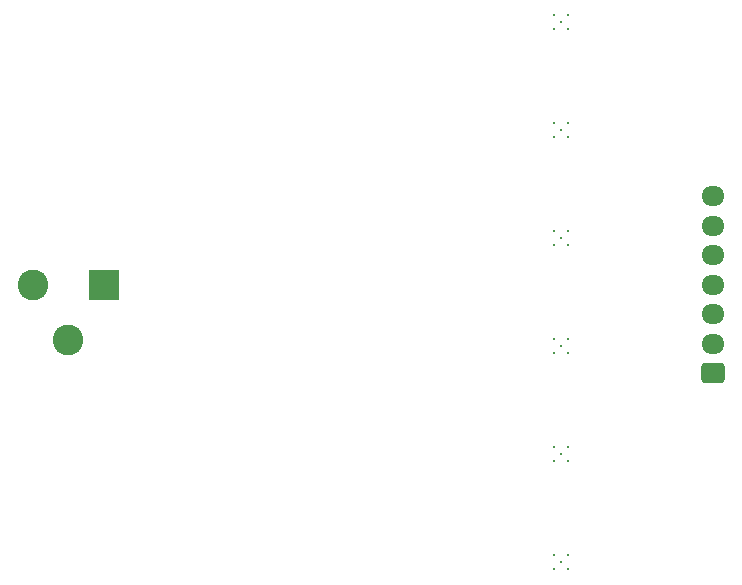
<source format=gbs>
%TF.GenerationSoftware,KiCad,Pcbnew,7.0.11+dfsg-1build4*%
%TF.CreationDate,2024-08-12T23:44:42-07:00*%
%TF.ProjectId,6s_750mA,36735f37-3530-46d4-912e-6b696361645f,rev?*%
%TF.SameCoordinates,Original*%
%TF.FileFunction,Soldermask,Bot*%
%TF.FilePolarity,Negative*%
%FSLAX46Y46*%
G04 Gerber Fmt 4.6, Leading zero omitted, Abs format (unit mm)*
G04 Created by KiCad (PCBNEW 7.0.11+dfsg-1build4) date 2024-08-12 23:44:42*
%MOMM*%
%LPD*%
G01*
G04 APERTURE LIST*
G04 Aperture macros list*
%AMRoundRect*
0 Rectangle with rounded corners*
0 $1 Rounding radius*
0 $2 $3 $4 $5 $6 $7 $8 $9 X,Y pos of 4 corners*
0 Add a 4 corners polygon primitive as box body*
4,1,4,$2,$3,$4,$5,$6,$7,$8,$9,$2,$3,0*
0 Add four circle primitives for the rounded corners*
1,1,$1+$1,$2,$3*
1,1,$1+$1,$4,$5*
1,1,$1+$1,$6,$7*
1,1,$1+$1,$8,$9*
0 Add four rect primitives between the rounded corners*
20,1,$1+$1,$2,$3,$4,$5,0*
20,1,$1+$1,$4,$5,$6,$7,0*
20,1,$1+$1,$6,$7,$8,$9,0*
20,1,$1+$1,$8,$9,$2,$3,0*%
G04 Aperture macros list end*
%ADD10C,0.320000*%
%ADD11O,1.950000X1.700000*%
%ADD12RoundRect,0.250000X0.725000X-0.600000X0.725000X0.600000X-0.725000X0.600000X-0.725000X-0.600000X0*%
%ADD13C,2.600000*%
%ADD14R,2.600000X2.600000*%
G04 APERTURE END LIST*
D10*
%TO.C,U2*%
X185719001Y-110280999D03*
X185719001Y-111460996D03*
X186309000Y-110870997D03*
X186898999Y-110280999D03*
X186898999Y-111460996D03*
%TD*%
%TO.C,U4*%
X185719001Y-101136999D03*
X185719001Y-102316996D03*
X186309000Y-101726997D03*
X186898999Y-101136999D03*
X186898999Y-102316996D03*
%TD*%
%TO.C,U6*%
X185719001Y-91992999D03*
X185719001Y-93172996D03*
X186309000Y-92582997D03*
X186898999Y-91992999D03*
X186898999Y-93172996D03*
%TD*%
%TO.C,U8*%
X185719001Y-82848999D03*
X185719001Y-84028996D03*
X186309000Y-83438997D03*
X186898999Y-82848999D03*
X186898999Y-84028996D03*
%TD*%
%TO.C,U10*%
X185719001Y-73704999D03*
X185719001Y-74884996D03*
X186309000Y-74294997D03*
X186898999Y-73704999D03*
X186898999Y-74884996D03*
%TD*%
%TO.C,U12*%
X185719001Y-64560999D03*
X185719001Y-65740996D03*
X186309000Y-65150997D03*
X186898999Y-64560999D03*
X186898999Y-65740996D03*
%TD*%
D11*
%TO.C,J2*%
X199136000Y-79876000D03*
X199136000Y-82376000D03*
X199136000Y-84876000D03*
X199136000Y-87376000D03*
X199136000Y-89876000D03*
X199136000Y-92376000D03*
D12*
X199136000Y-94876000D03*
%TD*%
D13*
%TO.C,J1*%
X144574000Y-92076000D03*
X141574000Y-87376000D03*
D14*
X147574000Y-87376000D03*
%TD*%
M02*

</source>
